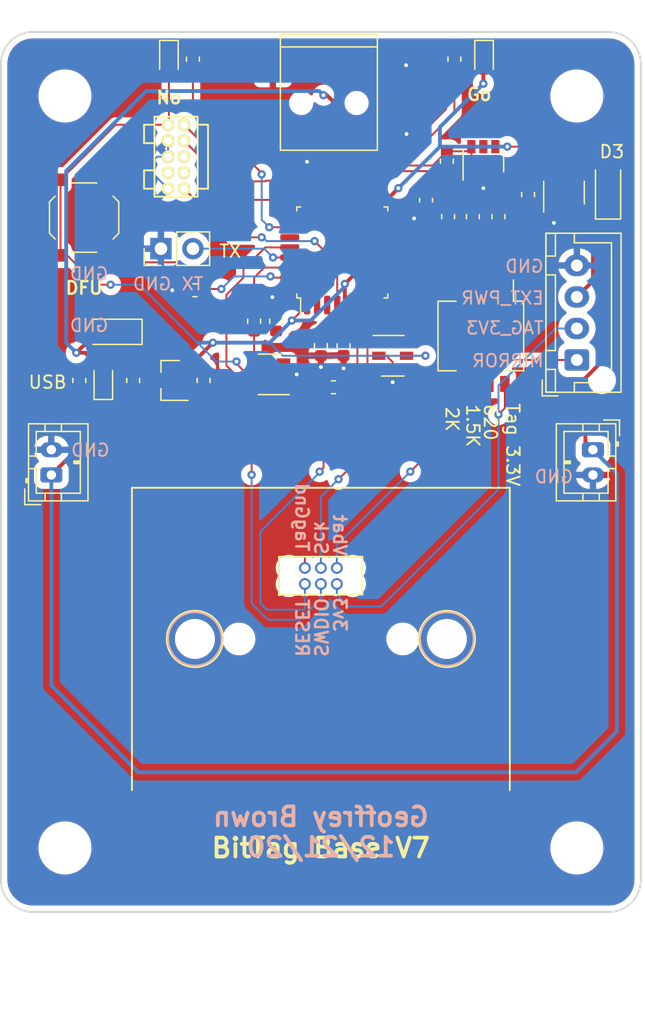
<source format=kicad_pcb>
(kicad_pcb (version 20211014) (generator pcbnew)
  (layers (0 "F.Cu" signal) (31 "B.Cu" signal) (34 "B.Paste" user) (35 "F.Paste" user) (36 "B.SilkS" user "B.Silkscreen") (37 "F.SilkS" user "F.Silkscreen") (38 "B.Mask" user) (39 "F.Mask" user) (44 "Edge.Cuts" user))
  (net 0 "")
  (net 1 "+3V3")
  (net 2 "GND")
  (net 3 "VBAT_ADC")
  (net 4 "TAG_VBAT")
  (net 5 "/LED_RED")
  (net 6 "/LED_GREEN")
  (net 7 "TAG_3V3")
  (net 8 "TAG_SWDIO")
  (net 9 "TAG_RESET")
  (net 10 "Net-(R106-Pad2)")
  (net 11 "Net-(R106-Pad1)")
  (net 12 "/USB_DP")
  (net 13 "/USB_DM")
  (net 14 "Net-(R104-Pad2)")
  (net 15 "ADC_EN")
  (net 16 "Net-(D105-Pad1)")
  (net 17 "/NRST")
  (net 18 "TAG_SCK")
  (net 19 "Net-(D101-Pad1)")
  (net 20 "Net-(D102-Pad1)")
  (net 21 "/SWDIO")
  (net 22 "/SCLK")
  (net 23 "TAG_3V3_EN")
  (net 24 "EXT_PWR")
  (net 25 "Net-(R2-Pad2)")
  (net 26 "Net-(R3-Pad2)")
  (net 27 "Net-(R108-Pad2)")
  (net 28 "TAG_VBAT_EN")
  (net 29 "VUSB")
  (net 30 "/VIN")
  (net 31 "Net-(R108-Pad1)")
  (net 32 "Net-(SW1-Pad1)")
  (net 33 "TAG_MIRROR")
  (net 34 "/boot0")
  (net 35 "/UART_TX")
  (net 36 "Net-(U101-Pad28)")
  (footprint "tagbase:MountingHole_3.2mm_M3" (layer "F.Cu") (at 106.68 55.88 -90)
    (fp_text reference "H102" hide)
    (fp_text value "MountingHole" hide)
  )
  (footprint "tagbase:MountingHole_3.2mm_M3" (layer "F.Cu") (at 147.32 115.57 -90)
    (fp_text reference "H104" hide)
    (fp_text value "MountingHole" hide)
  )
  (footprint "LED_SMD:LED_0603_1608Metric" (layer "F.Cu") (at 114.935 52.959 -90)
    (fp_text reference "D101" hide)
    (fp_text value "LED-RED" hide)
  )
  (footprint "LED_SMD:LED_0603_1608Metric" (layer "F.Cu") (at 139.954 52.959 -90)
    (fp_text reference "D102" hide)
    (fp_text value "LED-GREEN" hide)
  )
  (footprint "LED_SMD:LED_0603_1608Metric" (layer "F.Cu") (at 109.728 78.486 90)
    (fp_text reference "D105" hide)
    (fp_text value "LED-GREEN" hide)
  )
  (footprint "tagbase:FTSH-105-01-F-D-K" (layer "F.Cu") (at 115.5 60.7 -90)
    (fp_text reference "J102" hide)
    (fp_text value "Conn_02x05_Odd_Even" hide)
  )
  (footprint "tagbase:6pin_tagpoints_new_offset" (layer "F.Cu") (at 127 93.98)
    (fp_text reference "J101" hide)
    (fp_text value "Conn_02x03_Odd_Even" hide)
  )
  (footprint "tagbase:MountingHole_3.2mm_M3" (layer "F.Cu") (at 106.68 115.57 -90)
    (fp_text reference "H103" hide)
    (fp_text value "MountingHole" hide)
  )
  (footprint "Package_TO_SOT_SMD:SOT-23-6" (layer "F.Cu") (at 122.936 77.978 180)
    (fp_text reference "U2" hide)
    (fp_text value "TS5A3159ADBVR" hide)
  )
  (footprint "tagbase:SW_SPST_TS_1187" (layer "F.Cu") (at 108.204 65.532 -90)
    (fp_text reference "U105" hide)
    (fp_text value "Tactile Switch" hide)
  )
  (footprint "Package_TO_SOT_SMD:SOT-23" (layer "F.Cu") (at 115.062 78.46 180)
    (fp_text reference "U1" hide)
    (fp_text value "XC6206" hide)
  )
  (footprint "tagbase:MountingHole_3.2mm_M3" (layer "F.Cu") (at 147.32 55.88 -90)
    (fp_text reference "H101" hide)
    (fp_text value "MountingHole" hide)
  )
  (footprint "tagbase:USB_Mini-B" (layer "F.Cu") (at 127.635 56.2356 -90)
    (fp_text reference "J104" hide)
    (fp_text value "USB_B_Mini" hide)
  )
  (footprint "Connector_JST:JST_PH_B2B-PH-K_1x02_P2.00mm_Vertical" (layer "F.Cu") (at 148.6 83.96 -90)
    (fp_text reference "J2" hide)
    (fp_text value "Conn_01x02_Male" hide)
  )
  (footprint "Connector_JST:JST_PH_B2B-PH-K_1x02_P2.00mm_Vertical" (layer "F.Cu") (at 105.6 85.96 90)
    (fp_text reference "J3" hide)
    (fp_text value "Conn_01x02_Male" hide)
  )
  (footprint "Capacitor_SMD:C_0603_1608Metric" (layer "F.Cu") (at 112.1 78.46 -90)
    (fp_text reference "C1" hide)
    (fp_text value "1uF" hide)
  )
  (footprint "Capacitor_SMD:C_0603_1608Metric" (layer "F.Cu") (at 127 75.7 -90)
    (fp_text reference "C101" hide)
    (fp_text value "0.1uF" hide)
  )
  (footprint "Capacitor_SMD:C_0603_1608Metric" (layer "F.Cu") (at 117.69 78.46 -90)
    (fp_text reference "C104" hide)
    (fp_text value "1uF" hide)
  )
  (footprint "Capacitor_SMD:C_0603_1608Metric" (layer "F.Cu") (at 123.45 73.75 90)
    (fp_text reference "C107" hide)
    (fp_text value "0.1uF")
  )
  (footprint "Resistor_SMD:R_0603_1608Metric" (layer "F.Cu") (at 137 61.06 -90)
    (fp_text reference "R1" hide)
    (fp_text value "1.5K")
  )
  (footprint "Resistor_SMD:R_0603_1608Metric" (layer "F.Cu") (at 137.1 65.46 -90)
    (fp_text reference "R3" hide)
    (fp_text value "2K" hide)
  )
  (footprint "Resistor_SMD:R_0603_1608Metric" (layer "F.Cu") (at 143.45 63.7 -90)
    (fp_text reference "R4" hide)
    (fp_text value "1.5K")
  )
  (footprint "Resistor_SMD:R_0603_1608Metric" (layer "F.Cu") (at 116.84 52.96 -90)
    (fp_text reference "R101" hide)
    (fp_text value "620" hide)
  )
  (footprint "Resistor_SMD:R_0603_1608Metric" (layer "F.Cu") (at 137.6 52.96 -90)
    (fp_text reference "R102" hide)
    (fp_text value "620")
  )
  (footprint "Resistor_SMD:R_0603_1608Metric" (layer "F.Cu") (at 128 79)
    (fp_text reference "R104" hide)
    (fp_text value "2.2K")
  )
  (footprint "Resistor_SMD:R_0603_1608Metric" (layer "F.Cu") (at 117 71.3)
    (fp_text reference "R105" hide)
    (fp_text value "10K")
  )
  (footprint "Resistor_SMD:R_0603_1608Metric" (layer "F.Cu") (at 121.7 73.75 -90)
    (fp_text reference "R106" hide)
    (fp_text value "100")
  )
  (footprint "Resistor_SMD:R_0603_1608Metric" (layer "F.Cu") (at 107.823 78.46 90)
    (fp_text reference "R107" hide)
    (fp_text value "620" hide)
  )
  (footprint "Resistor_SMD:R_0603_1608Metric" (layer "F.Cu") (at 141.1 65.46 -90)
    (fp_text reference "R108" hide)
    (fp_text value "620")
  )
  (footprint "Package_TO_SOT_SMD:SOT-23-6" (layer "F.Cu") (at 132.7 76.5)
    (fp_text reference "U3" hide)
    (fp_text value "TS5A3159ADBVR" hide)
  )
  (footprint "Resistor_SMD:R_0603_1608Metric" (layer "F.Cu") (at 139.065 65.46 -90)
    (fp_text reference "R2" hide)
    (fp_text value "1.5K" hide)
  )
  (footprint "Diode_SMD:D_SOD-123" (layer "F.Cu") (at 110.5535 74.6 180)
    (fp_text reference "D1" hide)
    (fp_text value "DIODE")
  )
  (footprint "Connector_JST:JST_XH_B04B-XH-AM_1x04_P2.50mm_Vertical" (layer "F.Cu") (at 147.32 76.835 90)
    (fp_text reference "J1" hide)
    (fp_text value "Conn_01x04_Female" hide)
  )
  (footprint "tagbase:SW_DIP_SPSTx04_Slide_KingTek_DSHP04TS_W7.62mm_P1.27mm" (layer "F.Cu") (at 139.7 74.93 -90)
    (fp_text reference "SW1" hide)
    (fp_text value "SW_DIP_x04" hide)
  )
  (footprint "Package_TO_SOT_SMD:SOT-23-6" (layer "F.Cu") (at 146.3 63.55 90)
    (fp_text reference "U4" hide)
    (fp_text value "TS5A3159ADBVR")
  )
  (footprint "Package_TO_SOT_SMD:SOT-23-6" (layer "F.Cu") (at 139.9 61 90)
    (fp_text reference "U5" hide)
    (fp_text value "TS5A3159ADBVR")
  )
  (footprint "tagbase:LQFP-32_7x7mm_P0.8mm" (layer "F.Cu") (at 128.7 68.3 90)
    (fp_text reference "U101" hide)
    (fp_text value "STM32F042K6Tx")
  )
  (footprint "Connector_PinHeader_2.54mm:PinHeader_1x02_P2.54mm_Vertical" (layer "F.Cu") (at 114.3 68 90)
    (fp_text reference "J5" hide)
    (fp_text value "Conn_01x02")
  )
  (footprint "Capacitor_SMD:C_0603_1608Metric" (layer "F.Cu") (at 128.8 75.7 -90)
    (fp_text reference "C2" hide)
    (fp_text value "0.1uF")
  )
  (footprint "Capacitor_SMD:C_0603_1608Metric" (layer "F.Cu") (at 135.35 64.15 -90)
    (fp_text reference "C3" hide)
    (fp_text value "0.1uF")
  )
  (footprint "Diode_SMD:D_SOD-123" (layer "F.Cu") (at 149.8 63.4 90)
    (fp_text reference "D3")
    (fp_text value "DIODE")
  )
  (gr_arc (start 149.86 50.8) (mid 151.656051 51.543949) (end 152.4 53.34) (layer "Edge.Cuts") (width 0.15))
  (gr_arc (start 104.14 120.65) (mid 102.343949 119.906051) (end 101.6 118.11) (layer "Edge.Cuts") (width 0.15))
  (gr_line (start 149.86 50.8) (end 104.14 50.8) (layer "Edge.Cuts") (width 0.15))
  (gr_arc (start 101.6 53.34) (mid 102.343949 51.543949) (end 104.14 50.8) (layer "Edge.Cuts") (width 0.15))
  (gr_line (start 149.86 120.65) (end 104.14 120.65) (layer "Edge.Cuts") (width 0.15))
  (gr_line (start 152.4 53.34) (end 152.4 118.11) (layer "Edge.Cuts") (width 0.15))
  (gr_arc (start 152.4 118.11) (mid 151.656051 119.906051) (end 149.86 120.65) (layer "Edge.Cuts") (width 0.15))
  (gr_line (start 101.6 53.34) (end 101.6 118.11) (layer "Edge.Cuts") (width 0.15))
  (gr_text "Vbat" (at 128.5 89 -90) (layer "B.SilkS") (effects (font (size 1 1) (thickness 0.2)) (justify right mirror)))
  (gr_text "Sck" (at 127 89.5 -90) (layer "B.SilkS") (effects (font (size 1 1) (thickness 0.2)) (justify right mirror)))
  (gr_text "TagGnd" (at 125.5 86.5 -90) (layer "B.SilkS") (effects (font (size 1 1) (thickness 0.2)) (justify right mirror)))
  (gr_text "3v3" (at 128.5 98.5 -90) (layer "B.SilkS") (effects (font (size 1 1) (thickness 0.2)) (justify left mirror)))
  (gr_text "SWDIO" (at 127 100.5 -90) (layer "B.SilkS") (effects (font (size 1 1) (thickness 0.2)) (justify left mirror)))
  (gr_text "RESET" (at 125.5 100.5 -90) (layer "B.SilkS") (effects (font (size 1 1) (thickness 0.2)) (justify left mirror)))
  (gr_text "Geoffrey Brown\n12/21/20" (at 127 114.3) (layer "B.SilkS") (effects (font (size 1.5 1.5) (thickness 0.3)) (justify mirror)))
  (gr_text "EXT_PWR" (at 144.78 71.92) (layer "B.SilkS") (effects (font (size 1 1)) (justify left mirror)))
  (gr_text "MIRROR" (at 144.78 76.9) (layer "B.SilkS") (effects (font (size 1 1)) (justify left mirror)))
  (gr_text "GND" (at 108.7 84) (layer "B.SilkS") (effects (font (size 1 1)) (justify mirror)))
  (gr_text "GND" (at 113.6 70.8) (layer "B.SilkS") (effects (font (size 1 1)) (justify mirror)))
  (gr_text "GND" (at 145.5 86.1) (layer "B.SilkS") (effects (font (size 1 1)) (justify mirror)))
  (gr_text "GND" (at 144.78 69.4) (layer "B.SilkS") (effects (font (size 1 1)) (justify left mirror)))
  (gr_text "GND" (at 108.6 70) (layer "B.SilkS") (effects (font (size 1 1)) (justify mirror)))
  (gr_text "TAG_3V3" (at 144.78 74.295) (layer "B.SilkS") (effects (font (size 1 1)) (justify left mirror)))
  (gr_text "TX" (at 116.8 70.8) (layer "B.SilkS") (effects (font (size 1 1)) (justify mirror)))
  (gr_text "GND" (at 108.6 74.1) (layer "B.SilkS") (effects (font (size 1 1)) (justify mirror)))
  (gr_text "DFU" (at 108.204 71.12) (layer "F.SilkS") (effects (font (size 1 1) (thickness 0.2))))
  (gr_text "Go" (at 139.573 55.753) (layer "F.SilkS") (effects (font (size 1 1) (thickness 0.2))))
  (gr_text "TX" (at 119.8 68.2) (layer "F.SilkS") (effects (font (size 1 1))))
  (gr_text "BitTag Base V7" (at 127 115.57) (layer "F.SilkS") (effects (font (size 1.5 1.5) (thickness 0.3))))
  (gr_text "No" (at 114.935 56.007) (layer "F.SilkS") (effects (font (size 1 1) (thickness 0.2))))
  (gr_text "USB" (at 105.3 78.6) (layer "F.SilkS") (effects (font (size 1 1))))
  (gr_text "Tag 3.3V\n" (at 142.24 83.566 270) (layer "F.SilkS") (effects (font (size 1 1))))
  (gr_text "2K" (at 137.414 81.534 270) (layer "F.SilkS") (effects (font (size 1 1))))
  (gr_text "1.5K" (at 139.065 80.264 270) (layer "F.SilkS") (effects (font (size 1 1)) (justify left)))
  (gr_text "620" (at 140.462 80.264 270) (layer "F.SilkS") (effects (font (size 1 1)) (justify left)))
  (segment (start 139.9 54.9) (end 139.9 53.8005) (width 0.3048) (layer "F.Cu") (net 1))
  (segment (start 128.9 70.8) (end 128.9 72.275) (width 0.3048) (layer "F.Cu") (net 1))
  (segment (start 135.3 76.5) (end 133.8 76.5) (width 0.1524) (layer "F.Cu") (net 1))
  (segment (start 116.38 77.51) (end 118.43 75.46) (width 0.3048) (layer "F.Cu") (net 1))
  (segment (start 132.225 64.125) (end 133.15 63.2) (width 0.3048) (layer "F.Cu") (net 1))
  (segment (start 140.85 59.9) (end 141.3274 59.9) (width 0.1524) (layer "F.Cu") (net 1))
  (segment (start 106.329 68.532) (end 106.8564 68.532) (width 0.1524) (layer "F.Cu") (net 1))
  (segment (start 131.5 68.2) (end 131.5 64.125) (width 0.3048) (layer "F.Cu") (net 1))
  (segment (start 141.8 59.9) (end 144.4324 59.9) (width 0.1524) (layer "F.Cu") (net 1))
  (segment (start 146.3 62.45) (end 147.25 62.45) (width 0.1524) (layer "F.Cu") (net 1))
  (segment (start 131.5 64.125) (end 132.2 64.125) (width 0.1524) (layer "F.Cu") (net 1))
  (segment (start 146.3 61.7676) (end 146.3 62.45) (width 0.1524) (layer "F.Cu") (net 1))
  (segment (start 129.1 74.625) (end 128.8 74.925) (width 0.1524) (layer "F.Cu") (net 1))
  (segment (start 116.062 77.51) (end 117.5275 77.51) (width 0.1524) (layer "F.Cu") (net 1))
  (segment (start 124.7 73.7) (end 125.9 72.5) (width 0.1524) (layer "F.Cu") (net 1))
  (segment (start 121.1536 77.978) (end 120.3 77.1244) (width 0.1524) (layer "F.Cu") (net 1))
  (segment (start 114.935 53.7465) (end 114.935 58.09) (width 0.1524) (layer "F.Cu") (net 1))
  (segment (start 116.2245 77.6725) (end 116.062 77.51) (width 0.1524) (layer "F.Cu") (net 1))
  (segment (start 139.9 53.8005) (end 139.954 53.7465) (width 0.3048) (layer "F.Cu") (net 1))
  (segment (start 128.9 72.275) (end 129.1 72.475) (width 0.3048) (layer "F.Cu") (net 1))
  (segment (start 131.5 64.125) (end 132.225 64.125) (width 0.3048) (layer "F.Cu") (net 1))
  (segment (start 128.9 70.8) (end 131.5 68.2) (width 0.3048) (layer "F.Cu") (net 1))
  (segment (start 116.062 77.51) (end 116.38 77.51) (width 0.3048) (layer "F.Cu") (net 1))
  (segment (start 110.701 58.16) (end 106.329 62.532) (width 0.1524) (layer "F.Cu") (net 1))
  (segment (start 131.5 64.125) (end 134.6 64.125) (width 0.1524) (layer "F.Cu") (net 1))
  (segment (start 141.3274 59.9) (end 141.8 59.9) (width 0.1524) (layer "F.Cu") (net 1))
  (segment (start 109.1844 70.86) (end 110.3 70.86) (width 0.1524) (layer "F.Cu") (net 1))
  (segment (start 125.9 72.5) (end 125.9 72.475) (width 0.1524) (layer "F.Cu") (net 1))
  (segment (start 144.4324 59.9) (end 146.3 61.7676) (width 0.1524) (layer "F.Cu") (net 1))
  (segment (start 114.865 58.16) (end 110.701 58.16) (width 0.1524) (layer "F.Cu") (net 1))
  (segment (start 121.836 77.978) (end 121.1536 77.978) (width 0.1524) (layer "F.Cu") (net 1))
  (segment (start 134.6 64.125) (end 135.35 63.375) (width 0.1524) (layer "F.Cu") (net 1))
  (segment (start 114.935 58.09) (end 114.865 58.16) (width 0.1524) (layer "F.Cu") (net 1))
  (segment (start 120.3 77.1244) (end 120.3 76.96) (width 0.1524) (layer "F.Cu") (net 1))
  (segment (start 117.5275 77.51) (end 117.69 77.6725) (width 0.1524) (layer "F.Cu") (net 1))
  (segment (start 106.329 62.532) (end 106.329 68.532) (width 0.1524) (layer "F.Cu") (net 1))
  (segment (start 123.45 74.5375) (end 123.8625 74.5375) (width 0.1524) (layer "F.Cu") (net 1))
  (segment (start 139.9 59.9) (end 140.85 59.9) (width 0.1524) (layer "F.Cu") (net 1))
  (segment (start 123.8625 74.5375) (end 124.7 73.7) (width 0.1524) (layer "F.Cu") (net 1))
  (segment (start 129.1 72.475) (end 129.1 74.625) (width 0.1524) (layer "F.Cu") (net 1))
  (segment (start 106.8564 68.532) (end 109.1844 70.86) (width 0.1524) (layer "F.Cu") (net 1))
  (via (at 135.3 76.5) (size 0.6604) (drill 0.3048) (layers "F.Cu" "B.Cu") (net 1))
  (via (at 124.7 73.7) (size 0.6604) (drill 0.3048) (layers "F.Cu" "B.Cu") (net 1))
  (via (at 133.15 63.2) (size 0.6604) (drill 0.3048) (layers "F.Cu" "B.Cu") (net 1))
  (via (at 118.43 75.46) (size 0.6604) (drill 0.3048) (layers "F.Cu" "B.Cu") (net 1))
  (via (at 128.9 70.8) (size 0.6604) (drill 0.3048) (layers "F.Cu" "B.Cu") (net 1))
  (via (at 120.3 76.96) (size 0.6604) (drill 0.3048) (layers "F.Cu" "B.Cu") (net 1))
  (via (at 141.8 59.9) (size 0.6604) (drill 0.3048) (layers "F.Cu" "B.Cu") (net 1))
  (via (at 110.3 70.86) (size 0.6604) (drill 0.3048) (layers "F.Cu" "B.Cu") (net 1))
  (via (at 139.9 54.9) (size 0.6604) (drill 0.3048) (layers "F.Cu" "B.Cu") (net 1))
  (segment (start 118.7 76.96) (end 117.2 75.46) (width 0.1524) (layer "B.Cu") (net 1))
  (segment (start 136.45 59.9) (end 136.45 58.35) (width 0.3048) (layer "B.Cu") (net 1))
  (segment (start 123.98 76.5) (end 122.94 75.46) (width 0.1524) (layer "B.Cu") (net 1))
  (segment (start 118.43 75.46) (end 120.3 75.46) (width 0.3048) (layer "B.Cu") (net 1))
  (segment (start 122.94 75.46) (end 124.7 73.7) (width 0.3048) (layer "B.Cu") (net 1))
  (segment (start 136.45 59.9) (end 141.8 59.9) (width 0.3048) (layer "B.Cu") (net 1))
  (segment (start 120.3 75.46) (end 122.51 75.46) (width 0.3048) (layer "B.Cu") (net 1))
  (segment (start 120.3 76.96) (end 118.7 76.96) (width 0.1524) (layer "B.Cu") (net 1))
  (segment (start 128.9 71) (end 128.9 70.8) (width 0.3048) (layer "B.Cu") (net 1))
  (segment (start 136.45 58.35) (end 139.9 54.9) (width 0.3048) (layer "B.Cu") (net 1))
  (segment (start 135.3 76.5) (end 123.98 76.5) (width 0.1524) (layer "B.Cu") (net 1))
  (segment (start 122.51 75.46) (end 122.94 75.46) (width 0.3048) (layer "B.Cu") (net 1))
  (segment (start 117.2 75.46) (end 118.43 75.46) (width 0.3048) (layer "B.Cu") (net 1))
  (segment (start 112.7 70.96) (end 117.2 75.46) (width 0.1524) (layer "B.Cu") (net 1))
  (segment (start 110.3 70.86) (end 112.7 70.86) (width 0.1524) (layer "B.Cu") (net 1))
  (segment (start 124.7 73.7) (end 126.2 73.7) (width 0.3048) (layer "B.Cu") (net 1))
  (segment (start 112.7 70.86) (end 112.7 70.96) (width 0.1524) (layer "B.Cu") (net 1))
  (segment (start 126.2 73.7) (end 128.9 71) (width 0.3048) (layer "B.Cu") (net 1))
  (segment (start 133.15 63.2) (end 136.45 59.9) (width 0.3048) (layer "B.Cu") (net 1))
  (segment (start 124.036 77.978) (end 125.078 77.978) (width 0.1524) (layer "F.Cu") (net 2))
  (segment (start 132.2 76.5) (end 132.7 77) (width 0.1524) (layer "F.Cu") (net 2))
  (segment (start 123.5 71.1) (end 123.15 71.45) (width 0.1524) (layer "F.Cu") (net 2))
  (segment (start 131.6 76.5) (end 132.2 76.5) (width 0.1524) (layer "F.Cu") (net 2))
  (segment (start 123.285 59.0356) (end 123.185 58.9356) (width 0.1524) (layer "F.Cu") (net 2))
  (segment (start 132.7 77) (end 132.7 78.6) (width 0.1524) (layer "F.Cu") (net 2))
  (segment (start 139.9 62.1) (end 139.9 63.2) (width 0.1524) (layer "F.Cu") (net 2))
  (segment (start 123.185 57.5332) (end 123.185 53.4356) (width 0.1524) (layer "F.Cu") (net 2))
  (segment (start 146.3 65.15) (end 145.5 65.95) (width 0.1524) (layer "F.Cu") (net 2))
  (segment (start 132.875 65.5) (end 134.3 65.5) (width 0.1524) (layer "F.Cu") (net 2))
  (segment (start 117.5275 79.41) (end 117.69 79.2475) (width 0.1524) (layer "F.Cu") (net 2))
  (segment (start 123.185 53.4356) (end 132.085 53.4356) (width 0.1524) (layer "F.Cu") (net 2))
  (segment (start 116.062 79.41) (end 117.5275 79.41) (width 0.1524) (layer "F.Cu") (net 2))
  (segment (start 134.3 65.5) (end 134.4 65.6) (width 0.1524) (layer "F.Cu") (net 2))
  (segment (start 124.525 71.1) (end 123.5 71.1) (width 0.1524) (layer "F.Cu") (net 2))
  (segment (start 123.15 72.6625) (end 123.45 72.9625) (width 0.1524) (layer "F.Cu") (net 2))
  (segment (start 126.835 59.0356) (end 126.035 59.0356) (width 0.1524) (layer "F.Cu") (net 2))
  (segment (start 123.185 58.9356) (end 123.185 57.5332) (width 0.1524) (layer "F.Cu") (net 2))
  (segment (start 146.3 64.65) (end 146.3 65.15) (width 0.1524) (layer "F.Cu") (net 2))
  (segment (start 133.7644 58.9356) (end 133.8 58.9) (width 0.1524) (layer "F.Cu") (net 2))
  (segment (start 116.2125 71.3) (end 115.2 71.3) (width 0.1524) (layer "F.Cu") (net 2))
  (segment (start 123.15 71.45) (end 123.15 71.85) (width 0.1524) (layer "F.Cu") (net 2))
  (segment (start 132.085 54.838) (end 132.085 58.9356) (width 0.1524) (layer "F.Cu") (net 2))
  (segment (start 132.085 53.4356) (end 133.7644 53.4356) (width 0.1524) (layer "F.Cu") (net 2))
  (segment (start 126.035 59.0356) (end 126.035 60.965) (width 0.1524) (layer "F.Cu") (net 2))
  (segment (start 125.73 93.345) (end 125.73 92.13) (width 0.1524) (layer "F.Cu") (net 2))
  (segment (start 126.035 59.0356) (end 123.285 59.0356) (width 0.1524) (layer "F.Cu") (net 2))
  (segment (start 132.085 53.4356) (end 132.085 54.838) (width 0.1524) (layer "F.Cu") (net 2))
  (segment (start 135.075 64.925) (end 134.4 65.6) (width 0.1524) (layer "F.Cu") (net 2))
  (segment (start 127 76.4875) (end 127 77.4) (width 0.1524) (layer "F.Cu") (net 2))
  (segment (start 132.085 58.9356) (end 133.7644 58.9356) (width 0.1524) (layer "F.Cu") (net 2))
  (segment (start 123.15 71.85) (end 123.15 72.6625) (width 0.1524) (layer "F.Cu") (net 2))
  (segment (start 126.035 60.965) (end 125.9 61.1) (width 0.1524) (layer "F.Cu") (net 2))
  (segment (start 135.35 64.925) (end 135.075 64.925) (width 0.1524) (layer "F.Cu") (net 2))
  (segment (start 128.8 76.475) (end 128.8 77.5) (width 0.1524) (layer "F.Cu") (net 2))
  (via (at 123.15 71.85) (size 0.6604) (drill 0.3048) (layers "F.Cu" "B.Cu") (net 2))
  (via (at 134.4 65.6) (size 0.6604) (drill 0.3048) (layers "F.Cu" "B.Cu") (net 2))
  (via (at 132.7 78.6) (size 0.6604) (drill 0.3048) (layers "F.Cu" "B.Cu") (net 2))
  (via (at 125.078 77.978) (size 0.6604) (drill 0.3048) (layers "F.Cu" "B.Cu") (net 2))
  (via (at 133.7644 53.4356) (size 0.6604) (drill 0.3048) (layers "F.Cu" "B.Cu") (net 2))
  (via (at 128.8 77.5) (size 0.6604) (drill 0.3048) (layers "F.Cu" "B.Cu") (net 2))
  (via (at 139.9 63.2) (size 0.6604) (drill 0.3048) (layers "F.Cu" "B.Cu") (net 2))
  (via (at 145.5 65.95) (size 0.6604) (drill 0.3048) (layers "F.Cu" "B.Cu") (net 2))
  (via (at 115.2 71.3) (size 0.6604) (drill 0.3048) (layers "F.Cu" "B.Cu") (net 2))
  (via (at 127 77.4) (size 0.6604) (drill 0.3048) (layers "F.Cu" "B.Cu") (net 2))
  (via (at 133.8 58.9) (size 0.6604) (drill 0.3048) (layers "F.Cu" "B.Cu") (net 2))
  (via (at 125.9 61.1) (size 0.6604) (drill 0.3048) (layers "F.Cu" "B.Cu") (net 2))
  (segment (start 114.865 60.7) (end 114 60.7) (width 0.1524) (layer "B.Cu") (net 2))
  (segment (start 113.6 61.975) (end 114.865 63.24) (width 0.1524) (layer "B.Cu") (net 2))
  (segment (start 114 60.7) (end 113.6 61.1) (width 0.1524) (layer "B.Cu") (net 2))
  (segment (start 113.6 61.1) (end 113.6 61.975) (width 0.1524) (layer "B.Cu") (net 2))
  (segment (start 114.865 59.43) (end 114.865 60.7) (width 0.1524) (layer "B.Cu") (net 2))
  (segment (start 131.5 75.45) (end 131.6 75.55) (width 0.1524) (layer "F.Cu") (net 3))
  (segment (start 131.5 72.475) (end 131.5 75.45) (width 0.1524) (layer "F.Cu") (net 3))
  (segment (start 136.652 78.994) (end 137.541 78.994) (width 0.1524) (layer "F.Cu") (net 4))
  (segment (start 137.795 82.005) (end 137.795 78.74) (width 0.1524) (layer "F.Cu") (net 4))
  (segment (start 134.1 85.7) (end 137.795 82.005) (width 0.1524) (layer "F.Cu") (net 4))
  (segment (start 135.108 77.45) (end 136.652 78.994) (width 0.1524) (layer "F.Cu") (net 4))
  (segment (start 133.8 77.45) (end 135.108 77.45) (width 0.1524) (layer "F.Cu") (net 4))
  (segment (start 137.795 78.74) (end 139.065 78.74) (width 0.1524) (layer "F.Cu") (net 4))
  (segment (start 137.541 78.994) (end 137.795 78.74) (width 0.1524) (layer "F.Cu") (net 4))
  (segment (start 139.065 78.74) (end 140.335 78.74) (width 0.1524) (layer "F.Cu") (net 4))
  (via (at 134.1 85.7) (size 0.6604) (drill 0.3048) (layers "F.Cu" "B.Cu") (net 4))
  (segment (start 128.27 91.53) (end 134.1 85.7) (width 0.1524) (layer "B.Cu") (net 4))
  (segment (start 128.27 93.345) (end 128.27 91.53) (width 0.1524) (layer "B.Cu") (net 4))
  (segment (start 116.84 56.54) (end 122.3 62) (width 0.1524) (layer "F.Cu") (net 5))
  (segment (start 124 66.3) (end 124.525 66.3) (width 0.1524) (layer "F.Cu") (net 5))
  (segment (start 122.3 62) (end 122.3 62.1) (width 0.1524) (layer "F.Cu") (net 5))
  (segment (start 122.9 66.3) (end 124 66.3) (width 0.1524) (layer "F.Cu") (net 5))
  (segment (start 116.84 53.7475) (end 116.84 56.54) (width 0.1524) (layer "F.Cu") (net 5))
  (via (at 122.9 66.3) (size 0.6604) (drill 0.3048) (layers "F.Cu" "B.Cu") (net 5))
  (via (at 122.3 62.1) (size 0.6604) (drill 0.3048) (layers "F.Cu" "B.Cu") (net 5))
  (segment (start 122.3 62.1) (end 122.3 65.7) (width 0.1524) (layer "B.Cu") (net 5))
  (segment (start 122.3 65.7) (end 122.9 66.3) (width 0.1524) (layer "B.Cu") (net 5))
  (segment (start 129.1 63.1) (end 131.4 60.8) (width 0.1524) (layer "F.Cu") (net 6))
  (segment (start 129.1 64.125) (end 129.1 63.1) (width 0.1524) (layer "F.Cu") (net 6))
  (segment (start 131.4 60.8) (end 134 60.8) (width 0.1524) (layer "F.Cu") (net 6))
  (segment (start 134 60.8) (end 137.6 57.2) (width 0.1524) (layer "F.Cu") (net 6))
  (segment (start 137.6 57.2) (end 137.6 53.7475) (width 0.1524) (layer "F.Cu") (net 6))
  (segment (start 141.605 78.155) (end 141.605 78.74) (width 0.1524) (layer "F.Cu") (net 7))
  (segment (start 141.605 80.655) (end 141.605 78.155) (width 0.1524) (layer "F.Cu") (net 7))
  (segment (start 141.1 81.16) (end 141.605 80.655) (width 0.1524) (layer "F.Cu") (net 7))
  (via (at 141.1 81.16) (size 0.6604) (drill 0.3048) (layers "F.Cu" "B.Cu") (net 7))
  (segment (start 129.2 96.4) (end 131.8 96.4) (width 0.1524) (layer "B.Cu") (net 7))
  (segment (start 141.1 78.864) (end 145.629 74.335) (width 0.1524) (layer "B.Cu") (net 7))
  (segment (start 128.27 95.47) (end 129.2 96.4) (width 0.1524) (layer "B.Cu") (net 7))
  (segment (start 141.1 87.1) (end 141.1 81.16) (width 0.1524) (layer "B.Cu") (net 7))
  (segment (start 131.8 96.4) (end 141.1 87.1) (width 0.1524) (layer "B.Cu") (net 7))
  (segment (start 128.27 94.615) (end 128.27 95.47) (width 0.1524) (layer "B.Cu") (net 7))
  (segment (start 145.629 74.335) (end 147.32 74.335) (width 0.1524) (layer "B.Cu") (net 7))
  (segment (start 141.1 81.16) (end 141.1 78.864) (width 0.1524) (layer "B.Cu") (net 7))
  (segment (start 124.036 82.214) (end 121.5 84.75) (width 0.1524) (layer "F.Cu") (net 8))
  (segment (start 124.036 78.928) (end 124.036 82.214) (width 0.1524) (layer "F.Cu") (net 8))
  (segment (start 121.5 84.75) (end 121.5 85.95) (width 0.1524) (layer "F.Cu") (net 8))
  (via (at 121.5 85.95) (size 0.6604) (drill 0.3048) (layers "F.Cu" "B.Cu") (net 8))
  (segment (start 122.8 97.46) (end 125.312972 97.46) (width 0.1524) (layer "B.Cu") (net 8))
  (segment (start 127 95.279538) (end 127 94.615) (width 0.1524) (layer "B.Cu") (net 8))
  (segment (start 127 95.772972) (end 127 95.279538) (width 0.1524) (layer "B.Cu") (net 8))
  (segment (start 121.5 85.95) (end 121.5 96.16) (width 0.1524) (layer "B.Cu") (net 8))
  (segment (start 121.5 96.16) (end 122.8 97.46) (width 0.1524) (layer "B.Cu") (net 8))
  (segment (start 125.312972 97.46) (end 127 95.772972) (width 0.1524) (layer "B.Cu") (net 8))
  (segment (start 127.2125 79) (end 127.2125 85.3875) (width 0.1524) (layer "F.Cu") (net 9))
  (segment (start 127.2125 85.3875) (end 126.9 85.7) (width 0.1524) (layer "F.Cu") (net 9))
  (via (at 126.9 85.7) (size 0.6604) (drill 0.3048) (layers "F.Cu" "B.Cu") (net 9))
  (segment (start 122.2 96.16) (end 122.2 90.46) (width 0.1524) (layer "B.Cu") (net 9))
  (segment (start 125.66 96.66) (end 122.7 96.66) (width 0.1524) (layer "B.Cu") (net 9))
  (segment (start 122.7 96.66) (end 122.2 96.16) (width 0.1524) (layer "B.Cu") (net 9))
  (segment (start 125.73 94.615) (end 125.73 96.59) (width 0.1524) (layer "B.Cu") (net 9))
  (segment (start 122.2 90.46) (end 126.9 85.76) (width 0.1524) (layer "B.Cu") (net 9))
  (segment (start 125.73 96.59) (end 125.66 96.66) (width 0.1524) (layer "B.Cu") (net 9))
  (segment (start 126.9 85.76) (end 126.9 85.7) (width 0.1524) (layer "B.Cu") (net 9))
  (segment (start 121.7 74.5375) (end 121.7 76.892) (width 0.1524) (layer "F.Cu") (net 10))
  (segment (start 121.7 72.9625) (end 121.7 70.3) (width 0.1524) (layer "F.Cu") (net 11))
  (segment (start 122.5 69.5) (end 124.525 69.5) (width 0.1524) (layer "F.Cu") (net 11))
  (segment (start 121.7 70.3) (end 122.5 69.5) (width 0.1524) (layer "F.Cu") (net 11))
  (segment (start 127.5 64.125) (end 127.5 59.1706) (width 0.1524) (layer "F.Cu") (net 12))
  (segment (start 127.5 59.1706) (end 127.635 59.0356) (width 0.1524) (layer "F.Cu") (net 12))
  (segment (start 128.435 63.99) (end 128.3 64.125) (width 0.1524) (layer "F.Cu") (net 13))
  (segment (start 128.435 59.0356) (end 128.435 63.99) (width 0.1524) (layer "F.Cu") (net 13))
  (segment (start 128.7875 78.525) (end 128.7875 79) (width 0.1524) (layer "F.Cu") (net 14))
  (segment (start 129.9 72.475) (end 129.9 77.4125) (width 0.1524) (layer "F.Cu") (net 14))
  (segment (start 129.9 77.4125) (end 128.7875 78.525) (width 0.1524) (layer "F.Cu") (net 14))
  (segment (start 132.875 74.625) (end 133.8 75.55) (width 0.1524) (layer "F.Cu") (net 15))
  (segment (start 132.875 71.1) (end 132.875 74.625) (width 0.1524) (layer "F.Cu") (net 15))
  (segment (start 107.924 79.1465) (end 107.823 79.2475) (width 0.1524) (layer "F.Cu") (net 16))
  (segment (start 109.728 79.1465) (end 107.924 79.1465) (width 0.1524) (layer "F.Cu") (net 16))
  (segment (start 128.3 73.6125) (end 127 74.9125) (width 0.1524) (layer "F.Cu") (net 17))
  (segment (start 128.3 72.475) (end 128.3 69.2) (width 0.1524) (layer "F.Cu") (net 17))
  (segment (start 122.3 67.1) (end 119.995 67.1) (width 0.1524) (layer "F.Cu") (net 17))
  (segment (start 119.995 67.1) (end 116.135 63.24) (width 0.1524) (layer "F.Cu") (net 17))
  (segment (start 128.3 72.475) (end 128.3 73.6125) (width 0.1524) (layer "F.Cu") (net 17))
  (segment (start 128.3 69.2) (end 126.5 67.4) (width 0.1524) (layer "F.Cu") (net 17))
  (via (at 122.3 67.1) (size 0.6604) (drill 0.3048) (layers "F.Cu" "B.Cu") (net 17))
  (via (at 126.5 67.4) (size 0.6604) (drill 0.3048) (layers "F.Cu" "B.Cu") (net 17))
  (segment (start 126.5 67.4) (end 122.7 67.4) (width 0.1524) (layer "B.Cu") (net 17))
  (segment (start 122.7 67.4) (end 122.4 67.1) (width 0.1524) (layer "B.Cu") (net 17))
  (segment (start 122.4 67.1) (end 122.3 67.1) (width 0.1524) (layer "B.Cu") (net 17))
  (segment (start 130.7 72.475) (end 130.7 84) (width 0.1524) (layer "F.Cu") (net 18))
  (segment (start 130.7 84) (end 128.4 86.3) (width 0.1524) (layer "F.Cu") (net 18))
  (via (at 128.4 86.3) (size 0.6604) (drill 0.3048) (layers "F.Cu" "B.Cu") (net 18))
  (segment (start 128.4 86.3) (end 127 87.7) (width 0.1524) (layer "B.Cu") (net 18))
  (segment (start 127 87.7) (end 127 93.345) (width 0.1524) (layer "B.Cu") (net 18))
  (segment (start 114.936 52.1725) (end 114.935 52.1715) (width 0.1524) (layer "F.Cu") (net 19))
  (segment (start 116.84 52.1725) (end 114.936 52.1725) (width 0.1524) (layer "F.Cu") (net 19))
  (segment (start 138.062612 51.709888) (end 138.061612 51.710888) (width 0.1524) (layer "F.Cu") (net 20))
  (segment (start 138.061612 51.710888) (end 137.6 52.1725) (width 0.1524) (layer "F.Cu") (net 20))
  (segment (start 139.954 52.1715) (end 139.492388 51.709888) (width 0.1524) (layer "F.Cu") (net 20))
  (segment (start 139.492388 51.709888) (end 138.062612 51.709888) (width 0.1524) (layer "F.Cu") (net 20))
  (segment (start 122.568226 62.658802) (end 120.633802 62.658802) (width 0.1524) (layer "F.Cu") (net 21))
  (segment (start 122.627028 62.6) (end 122.568226 62.658802) (width 0.1524) (layer "F.Cu") (net 21))
  (segment (start 126.7 64.125) (end 126.7 63.375) (width 0.1524) (layer "F.Cu") (net 21))
  (segment (start 120.633802 62.658802) (end 116.135 58.16) (width 0.1524) (layer "F.Cu") (net 21))
  (segment (start 126.7 63.375) (end 125.925 62.6) (width 0.1524) (layer "F.Cu") (net 21))
  (segment (start 125.925 62.6) (end 122.627028 62.6) (width 0.1524) (layer "F.Cu") (net 21))
  (segment (start 120.83 64.125) (end 125.9 64.125) (width 0.1524) (layer "F.Cu") (net 22))
  (segment (start 116.135 59.43) (end 120.83 64.125) (width 0.1524) (layer "F.Cu") (net 22))
  (segment (start 143.45 64.4875) (end 143.2125 64.4875) (width 0.1524) (layer "F.Cu") (net 23))
  (segment (start 143.2125 64.4875) (end 142.15 65.55) (width 0.1524) (layer "F.Cu") (net 23))
  (segment (start 135.139836 67.1) (end 136.689836 65.55) (width 0.1524) (layer "F.Cu") (net 23))
  (segment (start 132.875 67.1) (end 135.139836 67.1) (width 0.1524) (layer "F.Cu") (net 23))
  (segment (start 136.689836 65.55) (end 142.15 65.55) (width 0.1524) (layer "F.Cu") (net 23))
  (segment (start 143.95 61.05) (end 145.35 62.45) (width 0.1524) (layer "F.Cu") (net 24))
  (segment (start 144.8875 62.9125) (end 145.35 62.45) (width 0.1524) (layer "F.Cu") (net 24))
  (segment (start 147.32 71.835) (end 148.59981 70.55519) (width 0.3048) (layer "F.Cu") (net 24))
  (segment (start 148.59981 62.95019) (end 149.8 61.75) (width 0.3048) (layer "F.Cu") (net 24))
  (segment (start 148.59981 70.55519) (end 148.59981 63.69981) (width 0.3048) (layer "F.Cu") (net 24))
  (segment (start 138.5775 60.2725) (end 138.95 59.9) (width 0.1524) (layer "F.Cu") (net 24))
  (segment (start 129.9 63) (end 131.5 61.4) (width 0.1524) (layer "F.Cu") (net 24))
  (segment (start 145.91741 63.69981) (end 148.59981 63.69981) (width 0.1524) (layer "F.Cu") (net 24))
  (segment (start 145.35 62.45) (end 145.35 63.1324) (width 0.1524) (layer "F.Cu") (net 24))
  (segment (start 145.35 63.1324) (end 145.91741 63.69981) (width 0.1524) (layer "F.Cu") (net 24))
  (segment (start 137 60.2725) (end 138.5775 60.2725) (width 0.1524) (layer "F.Cu") (net 24))
  (segment (start 148.59981 63.69981) (end 148.59981 62.95019) (width 0.3048) (layer "F.Cu") (net 24))
  (segment (start 129.9 64.125) (end 129.9 63) (width 0.1524) (layer "F.Cu") (net 24))
  (segment (start 139.4176 61.05) (end 143.95 61.05) (width 0.1524) (layer "F.Cu") (net 24))
  (segment (start 143.45 62.9125) (end 144.8875 62.9125) (width 0.1524) (layer "F.Cu") (net 24))
  (segment (start 135.8725 61.4) (end 137 60.2725) (width 0.1524) (layer "F.Cu") (net 24))
  (segment (start 138.95 60.5824) (end 139.4176 61.05) (width 0.1524) (layer "F.Cu") (net 24))
  (segment (start 131.5 61.4) (end 135.8725 61.4) (width 0.1524) (layer "F.Cu") (net 24))
  (segment (start 138.95 59.9) (end 138.95 60.5824) (width 0.1524) (layer "F.Cu") (net 24))
  (segment (start 139.065 66.2475) (end 139.065 71.12) (width 0.1524) (layer "F.Cu") (net 25))
  (segment (start 137.1 70.9574) (end 137.2626 71.12) (width 0.1524) (layer "F.Cu") (net 26))
  (segment (start 137.1 66.2475) (end 137.1 70.9574) (width 0.1524) (layer "F.Cu") (net 26))
  (segment (start 137.2626 71.12) (end 137.795 71.12) (width 0.1524) (layer "F.Cu") (net 26))
  (segment (start 140.335 67.0125) (end 141.1 66.2475) (width 0.1524) (layer "F.Cu") (net 27))
  (segment (start 140.335 71.12) (end 140.335 67.0125) (width 0.1524) (layer "F.Cu") (net 27))
  (segment (start 131.8525 61.8475) (end 131.2 62.5) (width 0.1524) (layer "F.Cu") (net 28))
  (segment (start 131.2 62.5) (end 131.8 61.9) (width 0.1524) (layer "F.Cu") (net 28))
  (segment (start 130.7 64.125) (end 130.7 63) (width 0.1524) (layer "F.Cu") (net 28))
  (segment (start 130.7 63) (end 131.2 62.5) (width 0.1524) (layer "F.Cu") (net 28))
  (segment (start 137 61.8475) (end 131.8525 61.8475) (width 0.1524) (layer "F.Cu") (net 28))
  (segment (start 129.235 57.5808) (end 127.4707 55.8165) (width 0.3048) (layer "F.Cu") (net 29))
  (segment (start 129.235 59.0356) (end 129.235 57.5808) (width 0.3048) (layer "F.Cu") (net 29))
  (segment (start 108.9035 74.6) (end 108.9035 74.9417) (width 0.3048) (layer "F.Cu") (net 29))
  (segment (start 127.4707 55.8165) (end 127.2032 55.8165) (width 0.3048) (layer "F.Cu") (net 29))
  (segment (start 108.293 76.2635) (end 109.728 77.6985) (width 0.3048) (layer "F.Cu") (net 29))
  (segment (start 107.5817 76.2635) (end 108.293 76.2635) (width 0.3048) (layer "F.Cu") (net 29))
  (segment (start 108.9035 74.9417) (end 107.5817 76.2635) (width 0.3048) (layer "F.Cu") (net 29))
  (via (at 107.5817 76.2635) (size 0.6604) (drill 0.3048) (layers "F.Cu" "B.Cu") (net 29))
  (via (at 127.2032 55.8165) (size 0.6604) (drill 0.3048) (layers "F.Cu" "B.Cu") (net 29))
  (segment (start 113.131599 55.486301) (end 126.873001 55.486301) (width 0.3048) (layer "B.Cu") (net 29))
  (segment (start 107.5817 76.2635) (end 106.77981 75.46161) (width 0.3048) (layer "B.Cu") (net 29))
  (segment (start 126.873001 55.486301) (end 127.2032 55.8165) (width 0.3048) (layer "B.Cu") (net 29))
  (segment (start 106.77981 75.46161) (end 106.77981 61.83809) (width 0.3048) (layer "B.Cu") (net 29))
  (segment (start 106.77981 61.83809) (end 113.131599 55.486301) (width 0.3048) (layer "B.Cu") (net 29))
  (segment (start 112.1 77.6725) (end 111.525 77.6725) (width 0.3048) (layer "F.Cu") (net 30))
  (segment (start 148 83.36) (end 148.6 83.96) (width 0.3048) (layer "F.Cu") (net 30))
  (segment (start 112.1 77.6725) (end 113.2745 77.6725) (width 0.3048) (layer "F.Cu") (net 30))
  (segment (start 113.2745 77.6725) (end 114.062 78.46) (width 0.3048) (layer "F.Cu") (net 30))
  (segment (start 110.998 80.562) (end 105.6 85.96) (width 0.3048) (layer "F.Cu") (net 30))
  (segment (start 112.2035 77.569) (end 112.1 77.6725) (width 0.3048) (layer "F.Cu") (net 30))
  (segment (start 111.525 77.6725) (end 110.998 78.1995) (width 0.3048) (layer "F.Cu") (net 30))
  (segment (start 149.881008 76.382918) (end 148 78.263926) (width 0.3048) (layer "F.Cu") (net 30))
  (segment (start 148 78.263926) (end 148 83.36) (width 0.3048) (layer "F.Cu") (net 30))
  (segment (start 112.2035 74.6) (end 112.2035 77.569) (width 0.3048) (layer "F.Cu") (net 30))
  (segment (start 149.8 69.541172) (end 149.881008 69.62218) (width 0.3048) (layer "F.Cu") (net 30))
  (segment (start 149.881008 69.62218) (end 149.881008 76.382918) (width 0.3048) (layer "F.Cu") (net 30))
  (segment (start 110.998 78.1995) (end 110.998 80.562) (width 0.3048) (layer "F.Cu") (net 30))
  (segment (start 149.8 65.05) (end 149.8 69.541172) (width 0.3048) (layer "F.Cu") (net 30))
  (segment (start 150.5 85.86) (end 150.5 106.318642) (width 0.3048) (layer "B.Cu") (net 30))
  (segment (start 138.5 109.56) (end 112.5 109.56) (width 0.3048) (layer "B.Cu") (net 30))
  (segment (start 148.6 83.96) (end 150.5 85.86) (width 0.3048) (layer "B.Cu") (net 30))
  (segment (start 112.5 109.56) (end 105.6 102.66) (width 0.3048) (layer "B.Cu") (net 30))
  (segment (start 150.5 106.318642) (end 147.258642 109.56) (width 0.3048) (layer "B.Cu") (net 30))
  (segment (start 147.258642 109.56) (end 138.5 109.56) (width 0.3048) (layer "B.Cu") (net 30))
  (segment (start 105.6 102.66) (end 105.6 85.96) (width 0.3048) (layer "B.Cu") (net 30))
  (segment (start 139.64 64.6725) (end 141.1 64.6725) (width 0.1524) (layer "F.Cu") (net 31))
  (segment (start 140.85 62.1) (end 140.85 64.4225) (width 0.1524) (layer "F.Cu") (net 31))
  (segment (start 137.1 64.6725) (end 137.675 64.6725) (width 0.1524) (layer "F.Cu") (net 31))
  (segment (start 140.85 64.4225) (end 141.1 64.6725) (width 0.1524) (layer "F.Cu") (net 31))
  (segment (start 137.675 64.6725) (end 139.065 64.6725) (width 0.1524) (layer "F.Cu") (net 31))
  (segment (start 139.065 64.6725) (end 139.64 64.6725) (width 0.1524) (layer "F.Cu") (net 31))
  (segment (start 147.25 65.3324) (end 144.2324 68.35) (width 0.1524) (layer "F.Cu") (net 32))
  (segment (start 147.25 64.65) (end 147.25 65.3324) (width 0.1524) (layer "F.Cu") (net 32))
  (segment (start 144.2324 68.4926) (end 141.605 71.12) (width 0.1524) (layer "F.Cu") (net 32))
  (segment (start 144.2324 68.35) (end 144.2324 68.4926) (width 0.1524) (layer "F.Cu") (net 32))
  (segment (start 147.32 76.835) (end 140.935 76.835) (width 0.1524) (layer "F.Cu") (net 33))
  (segment (start 134.4 70.3) (end 132.875 70.3) (width 0.1524) (layer "F.Cu") (net 33))
  (segment (start 140.935 76.835) (end 134.4 70.3) (width 0.1524) (layer "F.Cu") (net 33))
  (segment (start 115.566101 69.078601) (end 117.7875 71.3) (width 0.1524) (layer "F.Cu") (net 34))
  (segment (start 110.079 62.532) (end 110.079 68.532) (width 0.1524) (layer "F.Cu") (net 34))
  (segment (start 124.525 70.3) (end 123 70.3) (width 0.1524) (layer "F.Cu") (net 34))
  (segment (start 123 70.3) (end 123 70.2) (width 0.1524) (layer "F.Cu") (net 34))
  (segment (start 117.8875 71.2) (end 117.7875 71.3) (width 0.1524) (layer "F.Cu") (net 34))
  (segment (start 119.1 71.2) (end 117.8875 71.2) (width 0.1524) (layer "F.Cu") (net 34))
  (segment (start 110.079 68.532) (end 110.625601 69.078601) (width 0.1524) (layer "F.Cu") (net 34))
  (segment (start 110.625601 69.078601) (end 115.566101 69.078601) (width 0.1524) (layer "F.Cu") (net 34))
  (via (at 119.1 71.2) (size 0.6604) (drill 0.3048) (layers "F.Cu" "B.Cu") (net 34))
  (via (at 123 70.2) (size 0.6604) (drill 0.3048) (layers "F.Cu" "B.Cu") (net 34))
  (segment (start 120.1 70.2) (end 119.1 71.2) (width 0.1524) (layer "B.Cu") (net 34))
  (segment (start 123 70.2) (end 120.1 70.2) (width 0.1524) (layer "B.Cu") (net 34))
  (segment (start 124.525 68.7) (end 123.2 68.7) (width 0.1524) (layer "F.Cu") (net 35))
  (via (at 123.2 68.7) (size 0.6604) (drill 0.3048) (layers "F.Cu" "B.Cu") (net 35))
  (segment (start 116.84 68) (end 122.5 68) (width 0.1524) (layer "B.Cu") (net 35))
  (segment (start 122.5 68) (end 123.2 68.7) (width 0.1524) (layer "B.Cu") (net 35))
  (segment (start 121.836 78.928) (end 121.1536 78.928) (width 0.1524) (layer "F.Cu") (net 36))
  (segment (start 119.5 77.2744) (end 119.5 71.65) (width 0.1524) (layer "F.Cu") (net 36))
  (segment (start 120.85 69.632696) (end 122.582697 67.9) (width 0.1524) (layer "F.Cu") (net 36))
  (segment (start 121.1536 78.928) (end 119.5 77.2744) (width 0.1524) (layer "F.Cu") (net 36))
  (segment (start 122.582697 67.9) (end 124.525 67.9) (width 0.1524) (layer "F.Cu") (net 36))
  (segment (start 119.5 71.65) (end 120.85 70.3) (width 0.1524) (layer "F.Cu") (net 36))
  (segment (start 120.85 70.3) (end 120.85 69.632696) (width 0.1524) (layer "F.Cu") (net 36))
  (zone (net 2) (net_name "GND") (layer "F.Cu") (connect_pads (clearance 0.508)) (min_thickness 0.254) (fill yes (thermal_gap 0.508) (thermal_bridge_width 0.508))
    (polygon (pts (xy 152.4 48.26) (xy 152.4 129.54) (xy 101.6 129.54) (xy 101.6 48.26)))
  )
  (zone (net 2) (net_name "GND") (layer "B.Cu") (connect_pads (clearance 0.508)) (min_thickness 0.254) (fill yes (thermal_gap 0.508) (thermal_bridge_width 0.508))
    (polygon (pts (xy 152.4 48.26) (xy 152.4 129.54) (xy 101.6 129.54) (xy 101.6 48.26)))
  )
)
</source>
